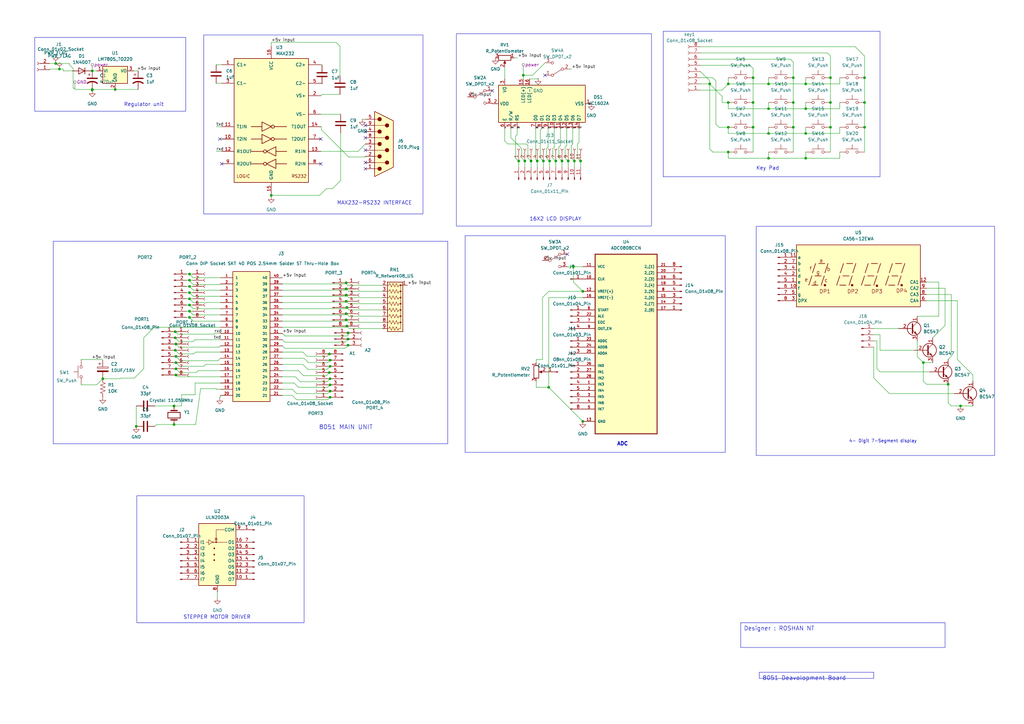
<source format=kicad_sch>
(kicad_sch (version 20230121) (generator eeschema)
  (paper "A3")
  (junction (at 47.244 36.703))
  (junction (at 135.128 145.161))
  (junction (at 77.724 112.395))
  (junction (at 340.614 31.877))
  (junction (at 135.128 152.781))
  (junction (at 141.986 115.951))
  (junction (at 77.724 130.175))
  (junction (at 325.374 52.197))
  (junction (at 388.874 157.607))
  (junction (at 315.214 64.897))
  (junction (at 37.846 29.083))
  (junction (at 77.724 117.475))
  (junction (at 135.382 155.321))
  (junction (at 212.725 66.04))
  (junction (at 215.265 66.04))
  (junction (at 330.454 34.417))
  (junction (at 214.63 30.861))
  (junction (at 330.454 44.577))
  (junction (at 220.345 66.04))
  (junction (at 135.382 150.241))
  (junction (at 315.214 34.417))
  (junction (at 308.864 42.037))
  (junction (at 135.382 147.701))
  (junction (at 142.24 126.111))
  (junction (at 142.748 139.065))
  (junction (at 354.584 52.197))
  (junction (at 111.252 80.137))
  (junction (at 325.374 31.877))
  (junction (at 235.585 66.04))
  (junction (at 227.965 66.04))
  (junction (at 141.986 123.571))
  (junction (at 298.704 62.357))
  (junction (at 230.505 66.04))
  (junction (at 71.374 174.117))
  (junction (at 141.986 131.191))
  (junction (at 71.882 143.637))
  (junction (at 298.704 42.037))
  (junction (at 217.805 66.04))
  (junction (at 291.084 34.417))
  (junction (at 72.136 141.097))
  (junction (at 308.864 52.197))
  (junction (at 315.214 44.577))
  (junction (at 42.164 155.321))
  (junction (at 340.614 42.037))
  (junction (at 24.384 28.321))
  (junction (at 77.724 114.935))
  (junction (at 135.382 160.401))
  (junction (at 141.986 121.031))
  (junction (at 72.136 146.177))
  (junction (at 354.584 31.877))
  (junction (at 22.86 26.035))
  (junction (at 77.724 120.015))
  (junction (at 37.846 36.703))
  (junction (at 141.986 128.651))
  (junction (at 135.382 162.941))
  (junction (at 71.374 166.497))
  (junction (at 55.88 174.879))
  (junction (at 378.714 148.717))
  (junction (at 235.204 109.347))
  (junction (at 142.748 136.525))
  (junction (at 233.045 66.04))
  (junction (at 315.214 54.737))
  (junction (at 135.382 157.861))
  (junction (at 142.24 133.731))
  (junction (at 298.704 34.417))
  (junction (at 238.125 66.04))
  (junction (at 222.885 66.04))
  (junction (at 225.425 66.04))
  (junction (at 72.136 153.797))
  (junction (at 141.986 118.491))
  (junction (at 225.044 158.877))
  (junction (at 77.724 127.635))
  (junction (at 393.954 166.497))
  (junction (at 239.014 119.507))
  (junction (at 330.454 64.897))
  (junction (at 340.614 52.197))
  (junction (at 354.584 42.037))
  (junction (at 77.724 125.095))
  (junction (at 71.882 138.557))
  (junction (at 37.846 36.957))
  (junction (at 72.136 148.717))
  (junction (at 308.864 31.877))
  (junction (at 71.882 136.017))
  (junction (at 330.454 54.737))
  (junction (at 239.014 172.847))
  (junction (at 142.748 141.605))
  (junction (at 298.704 52.197))
  (junction (at 77.724 122.555))
  (junction (at 325.374 42.037))
  (junction (at 72.136 151.257))
  (no_connect (at 90.932 67.183))
  (no_connect (at 131.572 57.023))
  (no_connect (at 232.664 104.267))
  (no_connect (at 149.86 53.975))
  (no_connect (at 131.572 67.183))
  (no_connect (at 201.93 37.211))
  (no_connect (at 149.86 61.595))
  (no_connect (at 149.86 51.435))
  (no_connect (at 149.86 66.675))
  (no_connect (at 90.17 57.023))
  (no_connect (at 223.52 30.861))
  (no_connect (at 149.86 69.215))
  (no_connect (at 149.86 56.515))
  (wire (pts (xy 208.28 59.055) (xy 215.9 59.055)))
  (wire (pts (xy 124.714 146.939) (xy 126.492 148.717)))
  (wire (pts (xy 90.424 113.919) (xy 79.248 113.919)))
  (wire (pts (xy 143.002 124.587) (xy 141.986 123.571)))
  (wire (pts (xy 41.91 147.447) (xy 42.164 147.701)))
  (wire (pts (xy 72.136 146.177) (xy 71.374 146.177)))
  (wire (pts (xy 84.328 149.479) (xy 83.566 150.241)))
  (wire (pts (xy 227.33 52.705) (xy 227.33 60.325)))
  (wire (pts (xy 214.63 30.861) (xy 214.63 32.385)))
  (wire (pts (xy 71.882 138.557) (xy 71.374 138.557)))
  (wire (pts (xy 90.424 121.539) (xy 79.248 121.539)))
  (wire (pts (xy 116.84 142.875) (xy 141.478 142.875)))
  (wire (pts (xy 229.235 60.325) (xy 229.235 64.77)))
  (wire (pts (xy 78.994 114.935) (xy 77.724 114.935)))
  (wire (pts (xy 72.39 151.257) (xy 72.136 151.257)))
  (wire (pts (xy 376.174 146.177) (xy 378.714 148.717)))
  (wire (pts (xy 88.646 51.943) (xy 90.932 51.943)))
  (wire (pts (xy 216.535 59.69) (xy 216.535 64.77)))
  (wire (pts (xy 387.604 118.237) (xy 379.984 118.237)))
  (wire (pts (xy 71.374 173.863) (xy 71.374 174.117)))
  (wire (pts (xy 80.01 161.925) (xy 80.01 157.099)))
  (wire (pts (xy 388.874 157.607) (xy 379.984 157.607)))
  (wire (pts (xy 141.478 142.875) (xy 142.748 141.605)))
  (wire (pts (xy 115.824 131.699) (xy 141.478 131.699)))
  (wire (pts (xy 234.95 52.705) (xy 234.95 59.055)))
  (wire (pts (xy 135.128 145.161) (xy 135.636 145.161)))
  (wire (pts (xy 354.584 22.987) (xy 350.774 19.177)))
  (wire (pts (xy 134.62 157.861) (xy 135.382 157.861)))
  (wire (pts (xy 72.136 148.717) (xy 71.374 148.717)))
  (wire (pts (xy 219.964 147.447) (xy 219.964 148.717)))
  (wire (pts (xy 201.93 42.291) (xy 201.93 42.545)))
  (wire (pts (xy 142.24 118.491) (xy 141.986 118.491)))
  (wire (pts (xy 225.044 158.877) (xy 239.014 172.847)))
  (wire (pts (xy 354.584 42.037) (xy 354.584 52.197)))
  (wire (pts (xy 143.002 132.207) (xy 141.986 131.191)))
  (wire (pts (xy 115.824 124.079) (xy 141.478 124.079)))
  (wire (pts (xy 89.154 242.697) (xy 89.154 245.237)))
  (wire (pts (xy 143.256 134.747) (xy 142.24 133.731)))
  (wire (pts (xy 325.374 52.197) (xy 325.374 62.357)))
  (wire (pts (xy 115.824 159.639) (xy 119.888 159.639)))
  (wire (pts (xy 287.274 26.797) (xy 307.594 26.797)))
  (wire (pts (xy 234.442 28.321) (xy 233.68 28.321)))
  (wire (pts (xy 135.382 157.861) (xy 135.636 157.861)))
  (wire (pts (xy 80.01 139.319) (xy 90.424 139.319)))
  (wire (pts (xy 90.17 162.941) (xy 90.424 162.941)))
  (wire (pts (xy 77.724 125.095) (xy 76.454 125.095)))
  (wire (pts (xy 139.446 31.115) (xy 139.446 18.923)))
  (wire (pts (xy 63.5 166.497) (xy 71.374 166.497)))
  (wire (pts (xy 141.478 124.079) (xy 141.986 123.571)))
  (wire (pts (xy 89.916 142.367) (xy 90.424 141.859)))
  (wire (pts (xy 142.748 141.605) (xy 142.24 141.605)))
  (wire (pts (xy 135.382 147.701) (xy 135.636 147.701)))
  (wire (pts (xy 315.214 34.417) (xy 330.454 34.417)))
  (wire (pts (xy 207.01 27.559) (xy 207.01 32.385)))
  (wire (pts (xy 73.66 152.781) (xy 72.136 151.257)))
  (wire (pts (xy 142.748 136.525) (xy 142.24 136.525)))
  (wire (pts (xy 387.604 133.477) (xy 382.524 138.557)))
  (wire (pts (xy 340.614 22.987) (xy 339.344 21.717)))
  (wire (pts (xy 392.684 123.317) (xy 392.684 147.447)))
  (wire (pts (xy 233.045 66.04) (xy 233.045 68.58)))
  (wire (pts (xy 325.374 25.527) (xy 324.104 24.257)))
  (wire (pts (xy 141.986 115.951) (xy 141.478 115.951)))
  (wire (pts (xy 399.034 153.797) (xy 399.034 156.337)))
  (wire (pts (xy 308.864 42.037) (xy 308.864 52.197)))
  (wire (pts (xy 315.214 64.897) (xy 330.454 64.897)))
  (wire (pts (xy 72.898 137.033) (xy 87.63 137.033)))
  (wire (pts (xy 298.704 62.357) (xy 298.704 64.897)))
  (wire (pts (xy 390.144 120.777) (xy 379.984 120.777)))
  (wire (pts (xy 115.824 118.999) (xy 141.478 118.999)))
  (wire (pts (xy 211.455 55.88) (xy 211.455 64.77)))
  (wire (pts (xy 210.82 23.749) (xy 212.344 23.749)))
  (wire (pts (xy 131.572 34.163) (xy 131.826 34.163)))
  (wire (pts (xy 142.24 128.651) (xy 141.986 128.651)))
  (wire (pts (xy 387.604 118.237) (xy 387.604 133.477)))
  (wire (pts (xy 296.164 42.037) (xy 296.164 39.497)))
  (wire (pts (xy 142.494 116.967) (xy 156.972 116.967)))
  (wire (pts (xy 111.252 17.399) (xy 137.922 17.399)))
  (wire (pts (xy 90.17 116.713) (xy 90.424 116.459)))
  (wire (pts (xy 219.71 52.705) (xy 219.71 65.405)))
  (wire (pts (xy 121.158 154.559) (xy 123.19 156.591)))
  (wire (pts (xy 213.995 64.77) (xy 215.265 66.04)))
  (wire (pts (xy 220.345 66.04) (xy 220.345 68.58)))
  (wire (pts (xy 77.724 122.555) (xy 76.454 122.555)))
  (wire (pts (xy 287.274 31.877) (xy 292.354 31.877)))
  (wire (pts (xy 134.62 152.781) (xy 135.128 152.781)))
  (wire (pts (xy 294.894 52.197) (xy 293.624 50.927)))
  (wire (pts (xy 30.734 36.703) (xy 30.734 36.195)))
  (wire (pts (xy 124.206 149.479) (xy 126.238 151.511)))
  (wire (pts (xy 134.112 156.591) (xy 135.382 155.321)))
  (wire (pts (xy 72.136 141.097) (xy 71.374 141.097)))
  (wire (pts (xy 79.248 129.159) (xy 90.424 129.159)))
  (wire (pts (xy 142.748 136.525) (xy 142.748 137.541)))
  (wire (pts (xy 115.824 141.859) (xy 116.84 142.875)))
  (wire (pts (xy 111.252 17.399) (xy 111.252 18.923)))
  (wire (pts (xy 224.79 52.705) (xy 224.79 60.325)))
  (wire (pts (xy 72.39 148.717) (xy 72.136 148.717)))
  (wire (pts (xy 360.934 143.637) (xy 374.904 143.637)))
  (wire (pts (xy 134.62 150.241) (xy 135.382 150.241)))
  (wire (pts (xy 134.366 163.957) (xy 135.382 162.941)))
  (wire (pts (xy 79.248 131.699) (xy 77.724 130.175)))
  (wire (pts (xy 392.684 123.317) (xy 379.984 123.317)))
  (wire (pts (xy 24.384 28.321) (xy 25.908 28.321)))
  (wire (pts (xy 237.49 52.705) (xy 237.49 58.42)))
  (wire (pts (xy 135.382 162.941) (xy 135.636 162.941)))
  (wire (pts (xy 235.204 109.347) (xy 235.204 115.697)))
  (wire (pts (xy 115.824 162.179) (xy 119.888 162.179)))
  (wire (pts (xy 143.256 141.605) (xy 142.748 141.605)))
  (wire (pts (xy 37.592 36.703) (xy 37.846 36.957)))
  (wire (pts (xy 390.144 146.177) (xy 388.874 147.447)))
  (wire (pts (xy 215.9 59.055) (xy 216.535 59.69)))
  (wire (pts (xy 315.214 44.577) (xy 330.454 44.577)))
  (wire (pts (xy 72.39 138.557) (xy 71.882 138.557)))
  (wire (pts (xy 111.252 80.645) (xy 111.252 80.137)))
  (wire (pts (xy 39.624 157.861) (xy 42.164 155.321)))
  (wire (pts (xy 73.406 145.161) (xy 71.882 143.637)))
  (wire (pts (xy 54.864 29.083) (xy 56.642 29.083)))
  (wire (pts (xy 134.366 161.417) (xy 135.382 160.401)))
  (wire (pts (xy 77.724 130.175) (xy 76.454 130.175)))
  (wire (pts (xy 298.704 31.877) (xy 298.704 34.417)))
  (wire (pts (xy 141.732 134.239) (xy 142.24 133.731)))
  (wire (pts (xy 47.244 36.703) (xy 56.642 36.703)))
  (wire (pts (xy 141.478 129.159) (xy 141.986 128.651)))
  (wire (pts (xy 226.695 64.77) (xy 227.965 66.04)))
  (wire (pts (xy 133.858 154.051) (xy 135.128 152.781)))
  (wire (pts (xy 141.478 116.459) (xy 141.986 115.951)))
  (wire (pts (xy 64.262 174.117) (xy 63.5 174.879)))
  (wire (pts (xy 133.858 77.343) (xy 136.398 77.343)))
  (wire (pts (xy 87.63 137.033) (xy 87.884 136.779)))
  (wire (pts (xy 82.296 159.385) (xy 80.264 173.863)))
  (wire (pts (xy 219.964 147.447) (xy 222.504 147.447)))
  (wire (pts (xy 115.824 116.459) (xy 141.478 116.459)))
  (wire (pts (xy 90.17 163.195) (xy 90.17 162.941)))
  (wire (pts (xy 340.614 31.877) (xy 340.614 42.037)))
  (wire (pts (xy 87.884 136.779) (xy 90.424 136.779)))
  (wire (pts (xy 88.646 62.103) (xy 90.932 62.103)))
  (wire (pts (xy 115.824 121.539) (xy 141.478 121.539)))
  (wire (pts (xy 207.01 52.705) (xy 207.01 57.785)))
  (wire (pts (xy 79.248 118.999) (xy 77.724 117.475)))
  (wire (pts (xy 33.274 157.607) (xy 33.274 157.861)))
  (wire (pts (xy 72.136 153.797) (xy 71.374 153.797)))
  (wire (pts (xy 80.01 157.099) (xy 90.424 157.099)))
  (wire (pts (xy 225.044 122.047) (xy 239.014 122.047)))
  (wire (pts (xy 134.62 162.941) (xy 135.382 162.941)))
  (wire (pts (xy 221.615 64.77) (xy 222.885 66.04)))
  (wire (pts (xy 71.374 174.117) (xy 64.262 174.117)))
  (wire (pts (xy 29.972 36.195) (xy 30.734 36.195)))
  (wire (pts (xy 330.454 54.737) (xy 344.424 54.737)))
  (wire (pts (xy 22.86 26.035) (xy 28.448 26.035)))
  (wire (pts (xy 37.846 36.957) (xy 37.846 36.703)))
  (wire (pts (xy 30.734 36.703) (xy 37.592 36.703)))
  (wire (pts (xy 222.885 66.04) (xy 222.885 68.58)))
  (wire (pts (xy 291.084 33.147) (xy 287.274 29.337)))
  (wire (pts (xy 330.454 42.037) (xy 330.454 44.577)))
  (wire (pts (xy 148.59 48.895) (xy 149.86 48.895)))
  (wire (pts (xy 80.264 174.117) (xy 80.264 173.863)))
  (wire (pts (xy 126.238 151.511) (xy 134.112 151.511)))
  (wire (pts (xy 298.704 34.417) (xy 296.164 36.957)))
  (wire (pts (xy 378.714 148.717) (xy 382.524 148.717)))
  (wire (pts (xy 218.44 30.861) (xy 223.52 25.781)))
  (wire (pts (xy 330.454 52.197) (xy 330.454 54.737)))
  (wire (pts (xy 134.62 145.161) (xy 135.128 145.161)))
  (wire (pts (xy 359.664 139.827) (xy 359.664 151.257)))
  (wire (pts (xy 142.748 137.541) (xy 142.494 137.795)))
  (wire (pts (xy 139.446 18.923) (xy 137.922 17.399)))
  (wire (pts (xy 358.394 139.827) (xy 359.664 139.827)))
  (wire (pts (xy 72.898 137.033) (xy 71.882 136.017)))
  (wire (pts (xy 364.744 161.417) (xy 391.414 161.417)))
  (wire (pts (xy 80.264 144.399) (xy 79.502 145.161)))
  (wire (pts (xy 229.235 64.77) (xy 230.505 66.04)))
  (wire (pts (xy 315.214 54.737) (xy 330.454 54.737)))
  (wire (pts (xy 111.252 80.137) (xy 111.252 79.883)))
  (wire (pts (xy 287.274 24.257) (xy 324.104 24.257)))
  (wire (pts (xy 234.315 59.69) (xy 234.315 64.77)))
  (wire (pts (xy 156.972 124.587) (xy 143.002 124.587)))
  (wire (pts (xy 330.454 34.417) (xy 344.424 34.417)))
  (wire (pts (xy 234.315 64.77) (xy 235.585 66.04)))
  (wire (pts (xy 344.424 52.197) (xy 344.424 54.737)))
  (wire (pts (xy 143.256 127.127) (xy 142.24 126.111)))
  (wire (pts (xy 81.28 152.019) (xy 90.424 152.019)))
  (wire (pts (xy 77.724 115.189) (xy 79.248 116.713)))
  (wire (pts (xy 293.624 33.147) (xy 292.354 31.877)))
  (wire (pts (xy 88.646 159.385) (xy 88.646 159.639)))
  (wire (pts (xy 73.406 145.161) (xy 79.502 145.161)))
  (wire (pts (xy 77.724 112.395) (xy 76.454 112.395)))
  (wire (pts (xy 141.986 118.491) (xy 141.478 118.491)))
  (wire (pts (xy 287.274 36.957) (xy 296.164 36.957)))
  (wire (pts (xy 125.984 146.177) (xy 134.112 146.177)))
  (wire (pts (xy 221.615 53.34) (xy 221.615 64.77)))
  (wire (pts (xy 360.934 152.527) (xy 381.254 152.527)))
  (wire (pts (xy 90.424 118.999) (xy 79.248 118.999)))
  (wire (pts (xy 156.972 129.667) (xy 143.002 129.667)))
  (wire (pts (xy 115.824 154.559) (xy 121.158 154.559)))
  (wire (pts (xy 131.826 53.213) (xy 143.002 64.389)))
  (wire (pts (xy 142.24 115.951) (xy 141.986 115.951)))
  (wire (pts (xy 135.382 150.241) (xy 135.636 150.241)))
  (wire (pts (xy 344.424 31.877) (xy 344.424 34.417)))
  (wire (pts (xy 143.002 64.389) (xy 149.86 64.389)))
  (wire (pts (xy 39.624 29.083) (xy 37.846 29.083)))
  (wire (pts (xy 72.39 146.177) (xy 72.136 146.177)))
  (wire (pts (xy 225.044 122.047) (xy 225.044 158.877)))
  (wire (pts (xy 49.276 155.321) (xy 49.53 155.067)))
  (wire (pts (xy 126.492 148.717) (xy 134.366 148.717)))
  (wire (pts (xy 72.39 153.797) (xy 72.136 153.797)))
  (wire (pts (xy 388.874 157.607) (xy 388.874 165.227)))
  (wire (pts (xy 358.394 137.287) (xy 360.934 137.287)))
  (wire (pts (xy 89.408 147.955) (xy 90.424 146.939)))
  (wire (pts (xy 287.274 21.717) (xy 339.344 21.717)))
  (wire (pts (xy 330.454 44.577) (xy 344.424 44.577)))
  (wire (pts (xy 116.84 137.795) (xy 115.824 136.779)))
  (wire (pts (xy 231.775 64.77) (xy 233.045 66.04)))
  (wire (pts (xy 90.17 57.023) (xy 90.932 57.023)))
  (wire (pts (xy 141.986 123.571) (xy 141.478 123.571)))
  (wire (pts (xy 90.424 162.941) (xy 90.424 162.179)))
  (wire (pts (xy 340.614 42.037) (xy 340.614 52.197)))
  (wire (pts (xy 379.984 157.607) (xy 378.714 156.337)))
  (wire (pts (xy 225.044 119.507) (xy 239.014 119.507)))
  (wire (pts (xy 78.994 127.635) (xy 77.724 127.635)))
  (wire (pts (xy 131.572 46.863) (xy 139.7 46.863)))
  (wire (pts (xy 143.002 122.047) (xy 141.986 121.031)))
  (wire (pts (xy 235.204 109.347) (xy 239.014 109.347)))
  (wire (pts (xy 58.928 138.557) (xy 58.928 151.257)))
  (wire (pts (xy 235.204 115.697) (xy 239.014 119.507)))
  (wire (pts (xy 77.724 127.635) (xy 76.454 127.635)))
  (wire (pts (xy 20.32 28.575) (xy 20.32 28.321)))
  (wire (pts (xy 77.724 117.475) (xy 76.454 117.475)))
  (wire (pts (xy 115.824 144.399) (xy 124.206 144.399)))
  (wire (pts (xy 392.684 147.447) (xy 399.034 153.797)))
  (wire (pts (xy 90.424 124.079) (xy 79.248 124.079)))
  (wire (pts (xy 224.79 60.325) (xy 224.155 60.96)))
  (wire (pts (xy 78.994 117.475) (xy 77.724 117.475)))
  (wire (pts (xy 73.914 147.955) (xy 72.136 146.177)))
  (wire (pts (xy 141.478 140.335) (xy 142.748 139.065)))
  (wire (pts (xy 134.62 155.321) (xy 135.382 155.321)))
  (wire (pts (xy 225.425 66.04) (xy 225.425 68.58)))
  (wire (pts (xy 156.972 127.127) (xy 143.256 127.127)))
  (wire (pts (xy 79.248 116.713) (xy 90.17 116.713)))
  (wire (pts (xy 376.174 129.667) (xy 385.064 129.667)))
  (wire (pts (xy 134.112 151.511) (xy 135.382 150.241)))
  (wire (pts (xy 28.448 26.543) (xy 29.972 28.067)))
  (wire (pts (xy 124.46 154.051) (xy 133.858 154.051)))
  (wire (pts (xy 20.32 28.321) (xy 24.384 28.321)))
  (wire (pts (xy 156.972 132.207) (xy 143.002 132.207)))
  (wire (pts (xy 315.214 31.877) (xy 315.214 34.417)))
  (wire (pts (xy 213.995 60.96) (xy 213.995 64.77)))
  (wire (pts (xy 207.01 57.785) (xy 208.28 59.055)))
  (wire (pts (xy 298.704 54.737) (xy 315.214 54.737)))
  (wire (pts (xy 78.994 112.395) (xy 77.724 112.395)))
  (wire (pts (xy 358.394 142.367) (xy 358.394 155.067)))
  (wire (pts (xy 142.24 133.731) (xy 141.478 133.731)))
  (wire (pts (xy 79.248 124.079) (xy 77.724 122.555)))
  (wire (pts (xy 315.214 42.037) (xy 315.214 44.577)))
  (wire (pts (xy 325.374 31.877) (xy 325.374 42.037)))
  (wire (pts (xy 143.002 119.507) (xy 141.986 118.491)))
  (wire (pts (xy 72.39 141.097) (xy 72.136 141.097)))
  (wire (pts (xy 354.584 31.877) (xy 354.584 42.037)))
  (wire (pts (xy 141.986 131.191) (xy 141.478 131.191)))
  (wire (pts (xy 132.08 26.543) (xy 132.08 26.797)))
  (wire (pts (xy 229.87 52.705) (xy 229.87 59.69)))
  (wire (pts (xy 298.704 52.197) (xy 294.894 52.197)))
  (wire (pts (xy 146.812 62.103) (xy 149.86 59.055)))
  (wire (pts (xy 298.704 44.577) (xy 315.214 44.577)))
  (wire (pts (xy 211.455 64.77) (xy 212.725 66.04)))
  (wire (pts (xy 77.724 114.935) (xy 77.724 115.189)))
  (wire (pts (xy 115.824 129.159) (xy 141.478 129.159)))
  (wire (pts (xy 227.33 60.325) (xy 226.695 60.96)))
  (wire (pts (xy 79.248 113.919) (xy 77.724 112.395)))
  (wire (pts (xy 298.704 34.417) (xy 315.214 34.417)))
  (wire (pts (xy 115.824 157.099) (xy 120.65 157.099)))
  (wire (pts (xy 141.478 131.699) (xy 141.986 131.191)))
  (wire (pts (xy 73.406 142.367) (xy 72.136 141.097)))
  (wire (pts (xy 291.084 61.087) (xy 291.084 34.417)))
  (wire (pts (xy 141.986 121.031) (xy 141.478 121.031)))
  (wire (pts (xy 73.914 147.955) (xy 89.408 147.955)))
  (wire (pts (xy 212.09 55.245) (xy 211.455 55.88)))
  (wire (pts (xy 77.724 120.015) (xy 76.454 120.015)))
  (wire (pts (xy 72.39 136.017) (xy 71.882 136.017)))
  (wire (pts (xy 212.725 66.04) (xy 212.725 68.58)))
  (wire (pts (xy 156.972 122.047) (xy 143.002 122.047)))
  (wire (pts (xy 209.55 52.705) (xy 209.55 56.515)))
  (wire (pts (xy 390.144 120.777) (xy 390.144 146.177)))
  (wire (pts (xy 131.826 51.943) (xy 131.826 53.213)))
  (wire (pts (xy 229.87 59.69) (xy 229.235 60.325)))
  (wire (pts (xy 37.846 29.083) (xy 37.338 29.083)))
  (wire (pts (xy 227.965 66.04) (xy 227.965 68.58)))
  (wire (pts (xy 325.374 31.877) (xy 325.374 25.527)))
  (wire (pts (xy 232.41 52.705) (xy 232.41 59.69)))
  (wire (pts (xy 141.986 128.651) (xy 141.478 128.651)))
  (wire (pts (xy 344.424 42.037) (xy 344.424 44.577)))
  (wire (pts (xy 63.246 134.239) (xy 58.928 138.557)))
  (wire (pts (xy 136.398 77.343) (xy 139.7 74.041)))
  (wire (pts (xy 115.824 134.239) (xy 141.732 134.239)))
  (wire (pts (xy 217.17 32.385) (xy 220.472 32.385)))
  (wire (pts (xy 236.855 59.055) (xy 236.855 64.77)))
  (wire (pts (xy 131.572 51.943) (xy 131.826 51.943)))
  (wire (pts (xy 139.7 54.483) (xy 139.7 74.041)))
  (wire (pts (xy 122.428 152.019) (xy 124.46 154.051)))
  (wire (pts (xy 354.584 31.877) (xy 354.584 22.987)))
  (wire (pts (xy 358.394 134.747) (xy 368.554 134.747)))
  (wire (pts (xy 360.934 137.287) (xy 360.934 143.637)))
  (wire (pts (xy 141.986 116.459) (xy 142.494 116.967)))
  (wire (pts (xy 131.826 34.163) (xy 132.08 34.417)))
  (wire (pts (xy 131.064 80.137) (xy 133.858 77.343)))
  (wire (pts (xy 215.265 66.04) (xy 215.265 68.58)))
  (wire (pts (xy 78.994 120.015) (xy 77.724 120.015)))
  (wire (pts (xy 77.724 114.935) (xy 76.454 114.935)))
  (wire (pts (xy 134.366 148.717) (xy 135.382 147.701)))
  (wire (pts (xy 119.888 159.639) (xy 121.666 161.417)))
  (wire (pts (xy 73.406 140.081) (xy 71.882 138.557)))
  (wire (pts (xy 90.424 154.559) (xy 72.898 154.559)))
  (wire (pts (xy 124.206 144.399) (xy 125.984 146.177)))
  (wire (pts (xy 376.174 139.827) (xy 376.174 146.177)))
  (wire (pts (xy 315.214 62.357) (xy 315.214 64.897)))
  (wire (pts (xy 134.62 160.401) (xy 135.382 160.401)))
  (wire (pts (xy 142.24 123.571) (xy 141.986 123.571)))
  (wire (pts (xy 296.164 39.497) (xy 291.084 34.417)))
  (wire (pts (xy 292.354 62.357) (xy 291.084 61.087)))
  (wire (pts (xy 298.704 52.197) (xy 298.704 54.737)))
  (wire (pts (xy 55.88 166.497) (xy 55.88 174.879)))
  (wire (pts (xy 141.478 118.999) (xy 141.986 118.491)))
  (wire (pts (xy 116.84 140.335) (xy 141.478 140.335)))
  (wire (pts (xy 238.125 66.04) (xy 238.125 68.58)))
  (wire (pts (xy 232.664 109.347) (xy 235.204 109.347)))
  (wire (pts (xy 72.136 151.257) (xy 71.374 151.257)))
  (wire (pts (xy 73.66 150.241) (xy 72.136 148.717)))
  (wire (pts (xy 90.424 144.399) (xy 80.264 144.399)))
  (wire (pts (xy 308.864 28.067) (xy 307.594 26.797)))
  (wire (pts (xy 122.428 158.877) (xy 134.366 158.877)))
  (wire (pts (xy 287.274 19.177) (xy 350.774 19.177)))
  (wire (pts (xy 209.55 56.515) (xy 213.995 60.96)))
  (wire (pts (xy 330.454 31.877) (xy 330.454 34.417)))
  (wire (pts (xy 88.646 159.385) (xy 82.296 159.385)))
  (wire (pts (xy 90.424 126.619) (xy 79.248 126.619)))
  (wire (pts (xy 143.256 139.065) (xy 142.748 139.065)))
  (wire (pts (xy 120.65 157.099) (xy 122.428 158.877)))
  (wire (pts (xy 88.646 34.163) (xy 90.932 34.163)))
  (wire (pts (xy 235.585 66.04) (xy 235.585 68.58)))
  (wire (pts (xy 142.494 137.795) (xy 116.84 137.795)))
  (wire (pts (xy 359.664 151.257) (xy 360.934 152.527)))
  (wire (pts (xy 42.164 155.321) (xy 49.276 155.321)))
  (wire (pts (xy 90.424 131.699) (xy 79.248 131.699)))
  (wire (pts (xy 79.248 129.159) (xy 77.724 127.635)))
  (wire (pts (xy 115.824 152.019) (xy 122.428 152.019)))
  (wire (pts (xy 296.164 42.037) (xy 298.704 42.037)))
  (wire (pts (xy 88.646 26.543) (xy 90.932 26.543)))
  (wire (pts (xy 219.964 158.877) (xy 225.044 158.877)))
  (wire (pts (xy 132.08 26.543) (xy 131.572 26.543)))
  (wire (pts (xy 135.382 160.401) (xy 135.636 160.401)))
  (wire (pts (xy 73.406 142.367) (xy 89.916 142.367)))
  (wire (pts (xy 358.394 155.067) (xy 364.744 161.417)))
  (wire (pts (xy 330.454 64.897) (xy 344.424 64.897)))
  (wire (pts (xy 315.214 52.197) (xy 315.214 54.737)))
  (wire (pts (xy 88.646 159.639) (xy 90.424 159.639)))
  (wire (pts (xy 298.704 62.357) (xy 292.354 62.357)))
  (wire (pts (xy 216.535 64.77) (xy 217.805 66.04)))
  (wire (pts (xy 399.034 166.497) (xy 393.954 166.497)))
  (wire (pts (xy 74.422 161.925) (xy 80.01 161.925)))
  (wire (pts (xy 142.24 131.191) (xy 141.986 131.191)))
  (wire (pts (xy 29.972 28.067) (xy 29.972 36.195)))
  (wire (pts (xy 141.478 121.539) (xy 141.986 121.031)))
  (wire (pts (xy 224.155 60.96) (xy 224.155 64.77)))
  (wire (pts (xy 390.144 166.497) (xy 388.874 165.227)))
  (wire (pts (xy 344.424 62.357) (xy 344.424 64.897)))
  (wire (pts (xy 115.824 149.479) (xy 124.206 149.479)))
  (wire (pts (xy 84.328 149.479) (xy 90.424 149.479)))
  (wire (pts (xy 131.572 62.103) (xy 146.812 62.103)))
  (wire (pts (xy 141.732 126.619) (xy 142.24 126.111)))
  (wire (pts (xy 308.864 31.877) (xy 308.864 42.037)))
  (wire (pts (xy 134.112 146.177) (xy 135.128 145.161)))
  (wire (pts (xy 71.374 166.497) (xy 74.422 166.497)))
  (wire (pts (xy 149.86 64.135) (xy 150.114 64.135)))
  (wire (pts (xy 222.504 147.447) (xy 222.504 122.047)))
  (wire (pts (xy 143.002 129.667) (xy 141.986 128.651)))
  (wire (pts (xy 119.888 162.179) (xy 121.666 163.957)))
  (wire (pts (xy 73.66 150.241) (xy 83.566 150.241)))
  (wire (pts (xy 72.39 143.637) (xy 71.882 143.637)))
  (wire (pts (xy 231.775 60.325) (xy 231.775 64.77)))
  (wire (pts (xy 28.448 26.035) (xy 28.448 26.543)))
  (wire (pts (xy 214.63 30.861) (xy 218.44 30.861)))
  (wire (pts (xy 385.064 115.697) (xy 385.064 129.667)))
  (wire (pts (xy 58.928 151.257) (xy 55.118 155.067)))
  (wire (pts (xy 325.374 42.037) (xy 325.374 52.197)))
  (wire (pts (xy 63.246 134.239) (xy 90.424 134.239)))
  (wire (pts (xy 298.704 64.897) (xy 315.214 64.897)))
  (wire (pts (xy 115.824 146.939) (xy 124.714 146.939)))
  (wire (pts (xy 142.24 126.111) (xy 141.478 126.111)))
  (wire (pts (xy 25.908 28.321) (xy 25.908 29.083)))
  (wire (pts (xy 236.855 64.77) (xy 238.125 66.04)))
  (wire (pts (xy 298.704 42.037) (xy 298.704 44.577)))
  (wire (pts (xy 33.274 157.861) (xy 39.624 157.861)))
  (wire (pts (xy 224.155 64.77) (xy 225.425 66.04)))
  (wire (pts (xy 219.71 65.405) (xy 220.345 66.04)))
  (wire (pts (xy 217.805 66.04) (xy 217.805 68.58)))
  (wire (pts (xy 139.446 38.735) (xy 132.08 38.735)))
  (wire (pts (xy 291.084 34.417) (xy 291.084 33.147)))
  (wire (pts (xy 79.248 121.539) (xy 77.724 120.015)))
  (wire (pts (xy 293.624 50.927) (xy 293.624 33.147)))
  (wire (pts (xy 142.748 139.065) (xy 142.24 139.065)))
  (wire (pts (xy 111.252 80.137) (xy 131.064 80.137)))
  (wire (pts (xy 121.666 161.417) (xy 134.366 161.417)))
  (wire (pts (xy 237.49 58.42) (xy 236.855 59.055)))
  (wire (pts (xy 220.472 32.385) (xy 220.726 32.131)))
  (wire (pts (xy 115.824 126.619) (xy 141.732 126.619)))
  (wire (pts (xy 340.614 52.197) (xy 340.614 62.357)))
  (wire (pts (xy 71.882 143.637) (xy 71.374 143.637)))
  (wire (pts (xy 115.824 139.319) (xy 116.84 140.335)))
  (wire (pts (xy 78.994 125.095) (xy 77.724 125.095)))
  (wire (pts (xy 79.248 126.619) (xy 77.724 125.095)))
  (wire (pts (xy 156.972 134.747) (xy 143.256 134.747)))
  (wire (pts (xy 226.695 60.96) (xy 226.695 64.77)))
  (wire (pts (xy 141.986 115.951) (xy 141.986 116.459)))
  (wire (pts (xy 71.628 174.117) (xy 80.264 174.117)))
  (wire (pts (xy 354.584 52.197) (xy 354.584 62.357)))
  (wire (pts (xy 71.882 136.017) (xy 71.374 136.017)))
  (wire (pts (xy 232.41 59.69) (xy 231.775 60.325)))
  (wire (pts (xy 25.908 29.083) (xy 29.718 29.083)))
  (wire (pts (xy 149.86 64.389) (xy 150.114 64.135)))
  (wire (pts (xy 134.366 158.877) (xy 135.382 157.861)))
  (wire (pts (xy 156.972 119.507) (xy 143.002 119.507)))
  (wire (pts (xy 121.666 163.957) (xy 134.366 163.957)))
  (wire (pts (xy 340.614 31.877) (xy 340.614 22.987)))
  (wire (pts (xy 230.505 66.04) (xy 230.505 68.58)))
  (wire (pts (xy 219.964 156.337) (xy 219.964 158.877)))
  (wire (pts (xy 33.274 147.447) (xy 41.91 147.447)))
  (wire (pts (xy 308.864 31.877) (xy 308.864 28.067)))
  (wire (pts (xy 142.24 121.031) (xy 141.986 121.031)))
  (wire (pts (xy 134.62 147.701) (xy 135.382 147.701)))
  (wire (pts (xy 135.128 152.781) (xy 135.636 152.781)))
  (wire (pts (xy 212.09 52.705) (xy 212.09 55.245)))
  (wire (pts (xy 78.994 122.555) (xy 77.724 122.555)))
  (wire (pts (xy 20.32 26.035) (xy 22.86 26.035)))
  (wire (pts (xy 123.19 156.591) (xy 134.112 156.591)))
  (wire (pts (xy 79.248 140.081) (xy 73.406 140.081)))
  (wire (pts (xy 78.994 130.175) (xy 77.724 130.175)))
  (wire (pts (xy 80.01 139.319) (xy 79.248 140.081)))
  (wire (pts (xy 80.518 152.781) (xy 73.66 152.781)))
  (wire (pts (xy 37.846 37.211) (xy 37.846 36.957)))
  (wire (pts (xy 72.898 154.559) (xy 72.136 153.797)))
  (wire (pts (xy 132.08 38.735) (xy 131.572 39.243)))
  (wire (pts (xy 214.63 29.083) (xy 214.63 30.861)))
  (wire (pts (xy 143.256 136.525) (xy 142.748 136.525)))
  (wire (pts (xy 287.274 34.417) (xy 291.084 34.417)))
  (wire (pts (xy 234.95 59.055) (xy 234.315 59.69)))
  (wire (pts (xy 222.504 122.047) (xy 225.044 119.507)))
  (wire (pts (xy 222.25 52.705) (xy 221.615 53.34)))
  (wire (pts (xy 330.454 62.357) (xy 330.454 64.897)))
  (wire (pts (xy 135.382 155.321) (xy 135.636 155.321)))
  (wire (pts (xy 71.628 174.117) (xy 71.374 173.863)))
  (wire (pts (xy 308.864 52.197) (xy 308.864 62.357)))
  (wire (pts (xy 74.422 166.497) (xy 74.422 161.925)))
  (wire (pts (xy 81.28 152.019) (xy 80.518 152.781)))
  (wire (pts (xy 378.714 148.717) (xy 378.714 156.337)))
  (wire (pts (xy 49.53 155.067) (xy 55.118 155.067)))
  (wire (pts (xy 393.954 166.497) (xy 390.144 166.497)))
  (wire (pts (xy 385.064 115.697) (xy 379.984 115.697)))
  (wire (pts (xy 37.846 36.703) (xy 47.244 36.703)))
  (rectangle (start 310.134 92.837) (end 407.924 186.817))
  (rectangle (start 190.754 96.647) (end 297.434 185.547))
  (rectangle (start 21.844 98.933) (end 183.642 181.991))
  (rectangle (start 272.034 12.827) (end 360.934 72.517))
  (rectangle (start 32.004 98.933) (end 32.004 98.933))
  (rectangle (start 187.198 13.843) (end 267.208 92.71))
  (rectangle (start 14.224 15.367) (end 76.2 45.593))
  (rectangle (start 56.134 203.327) (end 124.714 255.397))
  (rectangle (start 83.566 14.351) (end 173.482 87.757))
  (text_box "Designer : ROSHAN NT" (at 303.784 255.397 0) (size 83.82 10.16) (effects (font (size 1.7 1.7)) (justify left top)))
  (text_box "8051 Deavolopment Board\n" (at 311.404 275.717 0) (size 46.99 2.54) (effects (font (size 1.7 1.7)) (justify left top)))
  (text "MAX232-RS232 INTERFACE" (at 138.176 84.201 0) (effects (font (size 1.5 1.5)) (justify left bottom)))
  (text "STEPPER MOTOR DRIVER" (at 75.184 254.127 0) (effects (font (size 1.5 1.5)) (justify left bottom)))
  (text "ADC" (at 252.984 183.007 0) (effects (font (size 1.5 1.5) (thickness 0.3) bold) (justify left bottom)))
  (text "4- Digit 7-Segment display\n" (at 348.234 181.737 0) (effects (font (size 1.27 1.27)) (justify left bottom)))
  (text "8051 MAIN UNIT" (at 130.81 176.403 0) (effects (font (size 1.8 1.8)) (justify left bottom)))
  (text "Key Pad" (at 310.134 69.977 0) (effects (font (size 1.5 1.5)) (justify left bottom)))
  (text "16X2 LCD DISPLAY" (at 217.17 90.805 0) (effects (font (size 1.5 1.5)) (justify left bottom)))
  (text "Regulator unit\n" (at 50.8 43.815 0) (effects (font (size 1.5 1.5)) (justify left bottom)))
  (label "RW" (at 209.55 52.705 0) (effects (font (size 0.5 0.5))))
  (label "+5v input" (at 56.134 29.083 0) (property "Netclass" "power" (effects hide)))
  (label "D0" (at 219.71 52.705 0) (effects (font (size 0.5 0.5))))
  (label "txd" (at 87.63 139.319 0))
  (label "+5v input" (at 234.442 28.321 0))
  (label "+5v input" (at 111.252 17.399 0))
  (label "E" (at 207.01 52.705 0) (effects (font (size 0.5 0.5))))
  (label "RS" (at 212.09 52.705 0) (effects (font (size 0.5 0.5))))
  (label "txd" (at 88.646 51.943 0))
  (label "+5v input" (at 167.132 116.967 0))
  (label "D6" (at 234.95 52.705 0) (effects (font (size 0.5 0.5))))
  (label "+5v input" (at 222.504 106.807 0))
  (label "D3" (at 227.33 52.705 0) (effects (font (size 0.5 0.5))))
  (label "D4" (at 229.87 52.705 0) (effects (font (size 0.5 0.5))))
  (label "D2" (at 224.79 52.705 0) (effects (font (size 0.5 0.5))))
  (label "+5v input" (at 212.344 23.749 0))
  (label "+5v input" (at 37.592 147.447 0))
  (label "+5v input" (at 191.77 39.751 0))
  (label "D5" (at 232.41 52.705 0) (effects (font (size 0.5 0.5))))
  (label "D7" (at 237.49 52.705 0) (effects (font (size 0.5 0.5))))
  (label "rxd" (at 88.646 62.103 0))
  (label "+5v input" (at 115.824 136.779 0))
  (label "D1" (at 222.25 52.705 0) (effects (font (size 0.5 0.5))))
  (label "rxd" (at 87.884 136.779 0))
  (label "+5v input" (at 115.824 113.919 0))
  (netclass_flag "" (length 2.54) (shape round) (at 30.734 36.195 0) (property "Netclass" "GND" (at 31.4325 33.655 0) (effects (font italic) (justify left))))
  (netclass_flag "" (length 2.54) (shape round) (at 214.63 29.083 0) (property "Netclass" "power" (at 215.3285 26.543 0) (effects (font italic) (justify left))))
  (netclass_flag "" (length 2.54) (shape round) (at 37.846 29.083 0) (property "Netclass" "power" (at 38.5445 26.543 0) (effects (font italic) (justify left))))
  (symbol (lib_id "Switch:SW_Push") (at 303.784 52.197 0) (unit 1)
    (property "Reference" "SW7" (at 303.784 44.577 0))
    (property "Value" "SW_Push" (at 303.784 47.117 0))
    (property "Footprint" "Button_Switch_THT:SW_Tactile_Straight_KSL0Axx1LFTR" (effects hide))
  )
  (symbol (lib_id "Connector:Conn_01x08_Pin") (at 136.398 123.571 0) (unit 1)
    (property "Reference" "PORT_3" (at 136.906 111.887 0))
    (property "Value" "Conn_01x08_Pin" (effects hide))
    (property "Footprint" "Connector_PinHeader_2.54mm:PinHeader_1x08_P2.54mm_Vertical" (effects hide))
  )
  (symbol (lib_id "Connector:Conn_01x08_Pin") (at 140.716 155.321 180) (unit 1)
    (property "Reference" "PORT_4" (at 153.67 167.259 0))
    (property "Value" "Conn_01x08_Pin" (at 152.146 164.973 0))
    (property "Footprint" "Connector_PinHeader_2.54mm:PinHeader_1x08_P2.54mm_Vertical" (effects hide))
  )
  (symbol (lib_id "Switch:SW_Push") (at 33.274 152.527 90) (unit 1)
    (property "Reference" "SW1" (at 24.384 152.781 90) (effects (justify right)))
    (property "Value" "SW_Push" (at 23.114 156.083 90) (effects (justify right)))
    (property "Footprint" "Button_Switch_THT:SW_PUSH_6mm_H4.3mm" (effects hide))
  )
  (symbol (lib_id "Connector:Conn_01x04_Pin") (at 233.934 129.667 0) (unit 1)
    (property "Reference" "J10" (at 234.569 122.047 0))
    (property "Value" "Conn_01x04_Pin" (at 234.569 124.587 0))
    (property "Footprint" "Connector_PinHeader_2.54mm:PinHeader_1x04_P2.54mm_Vertical" (effects hide))
  )
  (symbol (lib_id "Device:C") (at 88.646 30.353 0) (unit 1)
    (property "Reference" "C6" (at 92.71 29.083 0) (effects (justify left)))
    (property "Value" "1uf" (at 92.71 31.623 0) (effects (justify left)))
    (property "Footprint" "Capacitor_THT:C_Disc_D5.0mm_W2.5mm_P5.00mm" (effects hide))
  )
  (symbol (lib_id "Transistor_BJT:BC547") (at 396.494 161.417 0) (unit 1)
    (property "Reference" "Q4" (at 401.574 160.147 0) (effects (justify left)))
    (property "Value" "BC547" (at 401.574 162.687 0) (effects (justify left)))
    (property "Footprint" "Package_TO_SOT_THT:TO-92_Inline" (effects hide))
    (property "Datasheet" "https://www.onsemi.com/pub/Collateral/BC550-D.pdf" (effects hide))
  )
  (symbol (lib_id "Connector:Conn_01x08_Socket") (at 77.47 143.637 0) (unit 1)
    (property "Reference" "PORT_1" (at 72.136 132.207 0) (effects (justify left)))
    (property "Value" "Conn_01x08_Socket" (at 69.342 133.477 0) (effects (justify left)))
    (property "Footprint" "Connector_PinSocket_2.54mm:PinSocket_1x08_P2.54mm_Vertical" (effects hide))
  )
  (symbol (lib_id "power:GND") (at 89.154 245.237 0) (unit 1)
    (property "Reference" "#PWR04" (effects hide))
    (property "Value" "GND" (at 89.154 250.317 0))
  )
  (symbol (lib_id "Switch:SW_Push") (at 320.294 31.877 0) (unit 1)
    (property "Reference" "SW9" (at 320.294 24.257 0))
    (property "Value" "SW_Push" (at 320.294 26.797 0))
    (property "Footprint" "Button_Switch_THT:SW_Tactile_Straight_KSL0Axx1LFTR" (effects hide))
  )
  (symbol (lib_id "Device:C_Polarized_US") (at 56.642 32.893 0) (unit 1)
    (property "Reference" "C3" (at 59.944 30.988 0) (effects (justify left)))
    (property "Value" "1uf" (at 59.944 33.528 0) (effects (justify left)))
    (property "Footprint" "Capacitor_THT:C_Disc_D5.0mm_W2.5mm_P5.00mm" (effects hide))
  )
  (symbol (lib_id "Transistor_Array:ULN2003A") (at 89.154 227.457 0) (unit 1)
    (property "Reference" "U2" (at 89.154 209.677 0))
    (property "Value" "ULN2003A" (at 89.154 212.217 0))
    (property "Footprint" "Package_DIP:DIP-16_W7.62mm_Socket" (effects hide))
    (property "Datasheet" "http://www.ti.com/lit/ds/symlink/uln2003a.pdf" (effects hide))
  )
  (symbol (lib_id "Device:C") (at 59.69 174.879 90) (unit 1)
    (property "Reference" "C5" (at 59.69 168.021 90))
    (property "Value" "33pf" (at 59.69 170.561 90))
    (property "Footprint" "Capacitor_THT:C_Disc_D5.0mm_W2.5mm_P5.00mm" (effects hide))
  )
  (symbol (lib_id "Connector:Conn_01x08_Socket") (at 129.54 155.321 180) (unit 1)
    (property "Reference" "PORT3" (at 132.588 169.545 0) (effects (justify left)))
    (property "Value" "Conn_01x08_Socket" (at 136.652 165.481 0) (effects (justify left)))
    (property "Footprint" "Connector_PinSocket_2.54mm:PinSocket_1x08_P2.54mm_Vertical" (effects hide))
  )
  (symbol (lib_id "Device:C") (at 132.08 30.607 0) (unit 1)
    (property "Reference" "C7" (at 135.89 29.337 0) (effects (justify left)))
    (property "Value" "1uf" (at 135.89 31.877 0) (effects (justify left)))
    (property "Footprint" "Capacitor_THT:C_Disc_D5.0mm_W2.5mm_P5.00mm" (effects hide))
  )
  (symbol (lib_id "Connector:Conn_01x08_Pin") (at 66.294 143.637 0) (unit 1)
    (property "Reference" "PORT1" (at 58.166 130.937 0))
    (property "Value" "Conn_01x08_Pin" (at 57.658 134.239 0))
    (property "Footprint" "Connector_PinHeader_2.54mm:PinHeader_1x08_P2.54mm_Vertical" (effects hide))
  )
  (symbol (lib_id "ANALOG_DIGITRAL:ADC0808CCN") (at 256.794 137.287 0) (unit 1)
    (property "Reference" "U4" (at 256.794 99.187 0))
    (property "Value" "ADC0808CCN" (at 256.794 101.727 0))
    (property "Footprint" "Package_DIP:DIP-28_W7.62mm_Socket" (effects hide))
    (property "MF" "Texas Instruments" (effects hide))
    (property "Description" "\\nThe ADC0808, ADC0809 data acquisition component is a monolithic CMOS device with an 8-bit analog-to-digital converter, 8-channel multiplexer and microprocessor compatible control logic. The 8-bit A/D converter uses successive approximation as the conversion technique. The converter features a high impedance chopper stabilized comparator, a 256R voltage divider with analog switch tree and a successive approximation register. The 8-channel multiplexer can directly access any of 8-single-ended analog signals. The device eliminates the need for external zero and full-scale adjustments. Easy interfacing to microprocessors is provided by the latched and decoded multiplexer address inputs and latched TTL TRI-STATE outputs. The design of the ADC0808, ADC0809 has been optimized by incorporating the most desirable aspects of several A/D conversion techniques. The ADC0808, ADC0809 offers high speed, high accuracy, minimal temperature dependence, excellent long-term accuracy and repeatability, and consumes minimal power. These features make this device ideally suited Product Highlights: Easy interface to all microprocessors Operates ratiometrically or with 5 VDC or analog span adjusted voltage reference No zero or full-scale adjust required 8-channel multiplexer with address logic 0V to VCC input range Outputs meet TTL voltage level specifications ADC0808 equivalent to MM74C949 ADC0809 equivalent to MM74C949-1\\n" (effects hide))
    (property "Package" "DIP-28 Rohm" (effects hide))
    (property "Price" "None" (effects hide))
    (property "MP" "ADC0808CCN" (effects hide))
    (property "Availability" "In Stock" (effects hide))
    (property "Purchase-URL" "https://pricing.snapeda.com/search?q=ADC0808CCN&ref=eda" (effects hide))
  )
  (symbol (lib_id "Switch:SW_Push") (at 320.294 62.357 0) (unit 1)
    (property "Reference" "SW12" (at 320.294 54.737 0))
    (property "Value" "SW_Push" (at 320.294 57.277 0))
    (property "Footprint" "Button_Switch_THT:SW_Tactile_Straight_KSL0Axx1LFTR" (effects hide))
  )
  (symbol (lib_id "Connector:Conn_01x11_Socket") (at 225.425 60.96 90) (unit 1)
    (property "Reference" "J13" (at 225.425 55.499 90))
    (property "Value" "Conn_01x11_Socket" (at 225.425 58.039 90))
    (property "Footprint" "Connector_PinSocket_2.54mm:PinSocket_1x11_P2.54mm_Vertical" (effects hide))
  )
  (symbol (lib_id "Connector:Conn_01x02_Socket") (at 15.24 28.575 180) (unit 1)
    (property "Reference" "J1" (at 24.13 18.161 0))
    (property "Value" "Conn_01x02_Socket" (at 24.892 20.193 0))
    (property "Footprint" "Connector_PinSocket_2.54mm:PinSocket_1x02_P2.54mm_Vertical" (effects hide))
  )
  (symbol (lib_id "Device:C_Polarized") (at 42.164 151.511 0) (unit 1)
    (property "Reference" "C2" (at 45.466 149.352 0) (effects (justify left)))
    (property "Value" "10UF/16V" (at 45.466 151.892 0) (effects (justify left)))
    (property "Footprint" "Capacitor_THT:C_Radial_D5.0mm_H11.0mm_P2.00mm" (effects hide))
  )
  (symbol (lib_id "Transistor_BJT:BC547") (at 379.984 143.637 0) (unit 1)
    (property "Reference" "Q2" (at 385.064 142.367 0) (effects (justify left)))
    (property "Value" "BC547" (at 385.064 144.907 0) (effects (justify left)))
    (property "Footprint" "Package_TO_SOT_THT:TO-92_Inline" (effects hide))
    (property "Datasheet" "https://www.onsemi.com/pub/Collateral/BC550-D.pdf" (effects hide))
  )
  (symbol (lib_id "power:PWR_FLAG") (at 22.86 26.035 0) (unit 1)
    (property "Reference" "#FLG01" (effects hide))
    (property "Value" "PWR_FLAG" (at 22.86 21.717 0))
  )
  (symbol (lib_id "Connector:Conn_01x03_Pin") (at 233.934 142.367 0) (unit 1)
    (property "Reference" "J11" (at 234.569 134.747 0))
    (property "Value" "Conn_01x03_Pin" (at 234.569 137.287 0))
    (property "Footprint" "Connector_PinHeader_2.54mm:PinHeader_1x03_P2.54mm_Vertical" (effects hide))
  )
  (symbol (lib_id "Connector:Conn_01x01_Pin") (at 104.394 217.297 180) (unit 1)
    (property "Reference" "J4" (at 103.759 212.217 0))
    (property "Value" "Conn_01x01_Pin" (at 103.759 214.757 0))
    (property "Footprint" "Connector_PinHeader_2.54mm:PinHeader_1x01_P2.54mm_Vertical" (effects hide))
  )
  (symbol (lib_id "power:GND") (at 111.252 80.645 0) (unit 1)
    (property "Reference" "#PWR06" (effects hide))
    (property "Value" "GND" (at 111.252 85.979 0))
  )
  (symbol (lib_id "Device:C_Polarized_US") (at 37.846 32.893 0) (unit 1)
    (property "Reference" "C1" (at 40.894 30.988 0) (effects (justify left)))
    (property "Value" "470uf" (at 40.894 33.528 0) (effects (justify left)))
    (property "Footprint" "Capacitor_THT:C_Radial_D8.0mm_H7.0mm_P3.50mm" (effects hide))
  )
  (symbol (lib_id "Display_Character:WC1602A") (at 222.25 42.545 90) (unit 1)
    (property "Reference" "DS1" (at 245.364 39.8527 90))
    (property "Value" "WC1602A" (at 245.364 42.3927 90))
    (property "Footprint" "Display:WC1602A" (effects hide))
    (property "Datasheet" "http://www.wincomlcd.com/pdf/WC1602A-SFYLYHTC06.pdf" (effects hide))
  )
  (symbol (lib_id "power:GND") (at 242.57 42.545 0) (unit 1)
    (property "Reference" "#PWR011" (effects hide))
    (property "Value" "GND" (at 242.57 47.371 0))
  )
  (symbol (lib_id "power:GND") (at 239.014 172.847 0) (unit 1)
    (property "Reference" "#PWR010" (effects hide))
    (property "Value" "GND" (at 239.014 177.927 0))
  )
  (symbol (lib_id "Connector:Conn_01x08_Pin") (at 71.374 120.015 0) (unit 1)
    (property "Reference" "PORT2" (at 59.436 105.537 0))
    (property "Value" "Conn_01x08_Pin" (effects hide))
    (property "Footprint" "Connector_PinHeader_2.54mm:PinHeader_1x08_P2.54mm_Vertical" (effects hide))
  )
  (symbol (lib_id "Connector:Conn_01x04_Pin") (at 353.314 137.287 0) (unit 1)
    (property "Reference" "J16" (at 353.949 129.667 0))
    (property "Value" "Conn_01x04_Pin" (at 353.949 132.207 0))
    (property "Footprint" "Connector_PinHeader_2.54mm:PinHeader_1x04_P2.54mm_Vertical" (effects hide))
  )
  (symbol (lib_id "Transistor_BJT:BC547") (at 373.634 134.747 0) (unit 1)
    (property "Reference" "Q1" (at 378.714 133.477 0) (effects (justify left)))
    (property "Value" "BC547" (at 378.714 136.017 0) (effects (justify left)))
    (property "Footprint" "Package_TO_SOT_THT:TO-92_Inline" (effects hide))
    (property "Datasheet" "https://www.onsemi.com/pub/Collateral/BC550-D.pdf" (effects hide))
  )
  (symbol (lib_id "power:GND") (at 90.17 163.195 0) (unit 1)
    (property "Reference" "#PWR05" (effects hide))
    (property "Value" "GND" (at 90.17 168.275 0))
  )
  (symbol (lib_id "Connector:Conn_01x08_Pin") (at 233.934 157.607 0) (unit 1)
    (property "Reference" "J12" (at 234.569 144.907 0))
    (property "Value" "Conn_01x08_Pin" (at 234.569 147.447 0))
    (property "Footprint" "Connector_PinHeader_2.54mm:PinHeader_1x08_P2.54mm_Vertical" (effects hide))
  )
  (symbol (lib_id "Switch:SW_Push") (at 303.784 42.037 0) (unit 1)
    (property "Reference" "SW6" (at 303.784 34.417 0))
    (property "Value" "SW_Push" (at 303.784 36.957 0))
    (property "Footprint" "Button_Switch_THT:SW_Tactile_Straight_KSL0Axx1LFTR" (effects hide))
  )
  (symbol (lib_id "Connector:Conn_01x03_Socket") (at 148.336 139.065 0) (unit 1)
    (property "Reference" "A2" (at 149.606 143.637 0) (effects (justify left)))
    (property "Value" "Conn_01x03_Socket" (effects hide))
    (property "Footprint" "Connector_PinSocket_2.54mm:PinSocket_1x03_P2.54mm_Vertical" (effects hide))
  )
  (symbol (lib_id "Connector:Conn_01x08_Socket") (at 282.194 29.337 180) (unit 1)
    (property "Reference" "key1" (at 282.829 14.097 0))
    (property "Value" "Conn_01x08_Socket" (at 282.829 16.637 0))
    (property "Footprint" "Connector_PinSocket_2.54mm:PinSocket_1x08_P2.54mm_Vertical" (effects hide))
  )
  (symbol (lib_id "Interface_UART:MAX232") (at 111.252 49.403 0) (unit 1)
    (property "Reference" "U3" (at 113.2079 19.431 0) (effects (justify left)))
    (property "Value" "MAX232" (at 113.2079 21.971 0) (effects (justify left)))
    (property "Footprint" "Package_DIP:DIP-16_W10.16mm_LongPads" (effects hide))
    (property "Datasheet" "http://www.ti.com/lit/ds/symlink/max232.pdf" (effects hide))
  )
  (symbol (lib_id "Switch:SW_Push") (at 320.294 42.037 0) (unit 1)
    (property "Reference" "SW10" (at 320.294 34.417 0))
    (property "Value" "SW_Push" (at 320.294 36.957 0))
    (property "Footprint" "Button_Switch_THT:SW_Tactile_Straight_KSL0Axx1LFTR" (effects hide))
  )
  (symbol (lib_id "power:GND") (at 37.846 37.211 0) (unit 1)
    (property "Reference" "#PWR01" (effects hide))
    (property "Value" "GND" (at 37.846 42.545 0))
  )
  (symbol (lib_id "Switch:SW_Push") (at 335.534 42.037 0) (unit 1)
    (property "Reference" "SW14" (at 335.534 34.417 0))
    (property "Value" "SW_Push" (at 335.534 36.957 0))
    (property "Footprint" "Button_Switch_THT:SW_Tactile_Straight_KSL0Axx1LFTR" (effects hide))
  )
  (symbol (lib_id "Connector:Conn_01x08_Pin") (at 319.024 113.157 0) (unit 1)
    (property "Reference" "J15" (at 319.659 100.457 0))
    (property "Value" "Conn_01x08_Pin" (at 319.659 102.997 0))
    (property "Footprint" "Connector_PinHeader_2.54mm:PinHeader_1x08_P2.54mm_Vertical" (effects hide))
  )
  (symbol (lib_id "Connector:Conn_01x11_Pin") (at 225.425 73.66 90) (unit 1)
    (property "Reference" "J7" (at 225.425 75.946 90))
    (property "Value" "Conn_01x11_Pin" (at 225.425 78.486 90))
    (property "Footprint" "Connector_PinHeader_2.54mm:PinHeader_1x11_P2.54mm_Vertical" (effects hide))
  )
  (symbol (lib_id "Device:R_Potentiometer") (at 207.01 23.749 270) (unit 1)
    (property "Reference" "RV1" (at 207.01 18.415 90))
    (property "Value" "R_Potentiometer" (at 207.01 20.955 90))
    (property "Footprint" "Potentiometer_THT:Potentiometer_Runtron_RM-065_Vertical" (effects hide))
  )
  (symbol (lib_id "Switch:SW_DPDT_x2") (at 196.85 39.751 0) (unit 1)
    (property "Reference" "SW2" (at 196.85 31.877 0))
    (property "Value" "SW_DPDT_x2" (at 196.85 34.417 0))
    (property "Footprint" "Button_Switch_THT:SW_CuK_JS202011CQN_DPDT_Straight" (effects hide))
  )
  (symbol (lib_id "Switch:SW_Push") (at 335.534 52.197 0) (unit 1)
    (property "Reference" "SW15" (at 335.534 44.577 0))
    (property "Value" "SW_Push" (at 335.534 47.117 0))
    (property "Footprint" "Button_Switch_THT:SW_Tactile_Straight_KSL0Axx1LFTR" (effects hide))
  )
  (symbol (lib_id "Connector:Conn_01x08_Socket") (at 147.32 123.571 0) (unit 1)
    (property "Reference" "PORT4" (at 148.082 111.887 0) (effects (justify left)))
    (property "Value" "Conn_01x08_Socket" (effects hide))
    (property "Footprint" "Connector_PinSocket_2.54mm:PinSocket_1x08_P2.54mm_Vertical" (effects hide))
  )
  (symbol (lib_id "Connector:Conn_01x01_Pin") (at 228.854 152.527 180) (unit 1)
    (property "Reference" "J8" (at 228.219 147.447 0))
    (property "Value" "Conn_01x01_Pin" (at 228.219 149.987 0))
    (property "Footprint" "Connector_PinHeader_2.54mm:PinHeader_1x01_P2.54mm_Vertical" (effects hide))
  )
  (symbol (lib_id "Connector:Conn_01x03_Pin") (at 137.16 139.065 0) (unit 1)
    (property "Reference" "A1" (at 144.526 144.907 0))
    (property "Value" "Conn_01x03_Pin" (effects hide))
    (property "Footprint" "Connector_PinHeader_2.54mm:PinHeader_1x03_P2.54mm_Vertical" (effects hide))
  )
  (symbol (lib_id "Connector:Conn_01x01_Pin") (at 233.934 114.427 0) (unit 1)
    (property "Reference" "J9" (at 234.569 109.347 0))
    (property "Value" "Conn_01x01_Pin" (at 234.569 111.887 0))
    (property "Footprint" "Connector_PinHeader_2.54mm:PinHeader_1x01_P2.54mm_Vertical" (effects hide))
  )
  (symbol (lib_id "Connector:Conn_01x07_Pin") (at 73.914 229.997 0) (unit 1)
    (property "Reference" "J2" (at 74.549 217.297 0))
    (property "Value" "Conn_01x07_Pin" (at 74.549 219.837 0))
    (property "Footprint" "Connector_PinHeader_2.54mm:PinHeader_1x07_P2.54mm_Vertical" (effects hide))
  )
  (symbol (lib_id "Switch:SW_Push") (at 335.534 31.877 0) (unit 1)
    (property "Reference" "SW13" (at 335.534 24.257 0))
    (property "Value" "SW_Push" (at 335.534 26.797 0))
    (property "Footprint" "Button_Switch_THT:SW_Tactile_Straight_KSL0Axx1LFTR" (effects hide))
  )
  (symbol (lib_id "Diode:1N4007") (at 33.528 29.083 180) (unit 1)
    (property "Reference" "D1" (at 33.528 22.987 0))
    (property "Value" "1N4007" (at 33.528 25.527 0))
    (property "Footprint" "Diode_THT:D_DO-41_SOD81_P10.16mm_Horizontal" (effects hide))
    (property "Datasheet" "http://www.vishay.com/docs/88503/1n4001.pdf" (effects hide))
    (property "Sim.Device" "D" (effects hide))
    (property "Sim.Pins" "1=K 2=A" (effects hide))
  )
  (symbol (lib_id "Transistor_BJT:BC547") (at 386.334 152.527 0) (unit 1)
    (property "Reference" "Q3" (at 391.414 151.257 0) (effects (justify left)))
    (property "Value" "BC547" (at 391.414 153.797 0) (effects (justify left)))
    (property "Footprint" "Package_TO_SOT_THT:TO-92_Inline" (effects hide))
    (property "Datasheet" "https://www.onsemi.com/pub/Collateral/BC550-D.pdf" (effects hide))
  )
  (symbol (lib_id "Connector:Conn_01x08_Socket") (at 84.074 120.015 0) (unit 1)
    (property "Reference" "PORT_2" (at 73.406 105.537 0) (effects (justify left)))
    (property "Value" "Conn_01x08_Socket" (effects hide))
    (property "Footprint" "Connector_PinSocket_2.54mm:PinSocket_1x08_P2.54mm_Vertical" (effects hide))
  )
  (symbol (lib_id "Socket:Conn_DIP_Socket_SKT_40_POS_2.54mm_Solder_ST_Thru-Hole_Box") (at 103.124 136.779 0) (unit 1)
    (property "Reference" "J3" (at 115.316 104.013 0))
    (property "Value" "Conn DIP Socket SKT 40 POS 2.54mm Solder ST Thru-Hole Box" (at 107.696 108.077 0))
    (property "Footprint" "connector_dip_zif:Dip_zif_40" (effects hide))
  )
  (symbol (lib_id "Connector:DE9_Plug") (at 157.48 59.055 0) (unit 1)
    (property "Reference" "J6" (at 163.068 57.785 0) (effects (justify left)))
    (property "Value" "DE9_Plug" (at 163.068 60.325 0) (effects (justify left)))
    (property "Footprint" "Connector_Dsub:DSUB-9_Male_Horizontal_P2.77x2.54mm_EdgePinOffset9.40mm" (effects hide))
    (property "Datasheet" " ~" (effects hide))
  )
  (symbol (lib_id "Connector:Conn_01x07_Pin") (at 104.394 229.997 180) (unit 1)
    (property "Reference" "J5" (at 105.664 228.727 0) (effects (justify right)))
    (property "Value" "Conn_01x07_Pin" (at 105.664 231.267 0) (effects (justify right)))
    (property "Footprint" "Connector_PinHeader_2.54mm:PinHeader_1x07_P2.54mm_Vertical" (effects hide))
  )
  (symbol (lib_id "power:GND") (at 148.59 48.895 0) (unit 1)
    (property "Reference" "#PWR07" (effects hide))
    (property "Value" "GND" (at 148.59 53.721 0))
  )
  (symbol (lib_id "Device:C") (at 59.69 166.497 90) (unit 1)
    (property "Reference" "C4" (at 59.69 158.877 90))
    (property "Value" "33pf" (at 59.69 161.417 90))
    (property "Footprint" "Capacitor_THT:C_Disc_D5.0mm_W2.5mm_P5.00mm" (effects hide))
  )
  (symbol (lib_id "Display_Character:CA56-12EWA") (at 352.044 113.157 0) (unit 1)
    (property "Reference" "U5" (at 352.044 95.377 0))
    (property "Value" "CA56-12EWA" (at 352.044 97.917 0))
    (property "Footprint" "Display_7Segment:CA56-12EWA" (effects hide))
    (property "Datasheet" "http://www.kingbrightusa.com/images/catalog/SPEC/CA56-12EWA.pdf" (effects hide))
  )
  (symbol (lib_id "Switch:SW_Push") (at 349.504 42.037 0) (unit 1)
    (property "Reference" "SW18" (at 349.504 34.417 0))
    (property "Value" "SW_Push" (at 349.504 36.957 0))
    (property "Footprint" "Button_Switch_THT:SW_Tactile_Straight_KSL0Axx1LFTR" (effects hide))
  )
  (symbol (lib_id "Device:R_US") (at 42.164 159.131 0) (unit 1)
    (property "Reference" "R1" (at 44.196 157.861 0) (effects (justify left)))
    (property "Value" "1OK" (at 44.196 160.401 0) (effects (justify left)))
    (property "Footprint" "Resistor_THT:R_Axial_DIN0414_L11.9mm_D4.5mm_P5.08mm_Vertical" (effects hide))
  )
  (symbol (lib_id "Regulator_Linear:LM7805_TO220") (at 47.244 29.083 0) (unit 1)
    (property "Reference" "U1" (at 47.244 21.717 0))
    (property "Value" "LM7805_TO220" (at 47.244 24.257 0))
    (property "Footprint" "Package_TO_SOT_THT:TO-220-3_Vertical" (effects hide))
    (property "Datasheet" "https://www.onsemi.cn/PowerSolutions/document/MC7800-D.PDF" (effects hide))
  )
  (symbol (lib_id "power:GND") (at 393.954 166.497 0) (unit 1)
    (property "Reference" "#PWR012" (effects hide))
    (property "Value" "GND" (at 393.954 171.577 0))
  )
  (symbol (lib_id "Switch:SW_Push") (at 335.534 62.357 0) (unit 1)
    (property "Reference" "SW16" (at 335.534 54.737 0))
    (property "Value" "SW_Push" (at 335.534 57.277 0))
    (property "Footprint" "Button_Switch_THT:SW_Tactile_Straight_KSL0Axx1LFTR" (effects hide))
  )
  (symbol (lib_id "Switch:SW_Push") (at 349.504 52.197 0) (unit 1)
    (property "Reference" "SW19" (at 349.504 44.577 0))
    (property "Value" "SW_Push" (at 349.504 47.117 0))
    (property "Footprint" "Button_Switch_THT:SW_Tactile_Straight_KSL0Axx1LFTR" (effects hide))
  )
  (symbol (lib_id "power:GND") (at 42.164 162.941 0) (unit 1)
    (property "Reference" "#PWR02" (effects hide))
    (property "Value" "GND" (at 42.164 167.767 0))
  )
  (symbol (lib_id "Switch:SW_Push") (at 303.784 62.357 0) (unit 1)
    (property "Reference" "SW8" (at 303.784 54.737 0))
    (property "Value" "SW_Push" (at 303.784 57.277 0))
    (property "Footprint" "Button_Switch_THT:SW_Tactile_Straight_KSL0Axx1LFTR" (effects hide))
  )
  (symbol (lib_id "Switch:SW_DPDT_x2") (at 227.584 106.807 0) (unit 1)
    (property "Reference" "SW3" (at 227.584 99.187 0))
    (property "Value" "SW_DPDT_x2" (at 227.584 101.727 0))
    (property "Footprint" "Button_Switch_THT:SW_CuK_JS202011CQN_DPDT_Straight" (effects hide))
  )
  (symbol (lib_id "Switch:SW_Push") (at 303.784 31.877 0) (unit 1)
    (property "Reference" "SW5" (at 303.784 24.257 0))
    (property "Value" "SW_Push" (at 303.784 26.797 0))
    (property "Footprint" "Button_Switch_THT:SW_Tactile_Straight_KSL0Axx1LFTR" (effects hide))
  )
  (symbol (lib_id "power:PWR_FLAG") (at 24.384 28.321 0) (unit 1)
    (property "Reference" "#FLG02" (effects hide))
    (property "Value" "PWR_FLAG" (at 24.384 22.987 0))
  )
  (symbol (lib_id "power:GND") (at 203.2 23.749 0) (unit 1)
    (property "Reference" "#PWR08" (effects hide))
    (property "Value" "GND" (at 203.2 28.321 0))
  )
  (symbol (lib_id "Device:C") (at 139.7 50.673 0) (unit 1)
    (property "Reference" "C9" (at 143.51 49.403 0) (effects (justify left)))
    (property "Value" "1uf" (at 143.51 51.943 0) (effects (justify left)))
    (property "Footprint" "Capacitor_THT:C_Disc_D5.0mm_W2.5mm_P5.00mm" (effects hide))
  )
  (symbol (lib_id "power:GND") (at 55.88 174.879 0) (unit 1)
    (property "Reference" "#PWR03" (effects hide))
    (property "Value" "GND" (at 55.88 179.197 0))
  )
  (symbol (lib_id "Switch:SW_Push") (at 349.504 62.357 0) (unit 1)
    (property "Reference" "SW20" (at 349.504 54.737 0))
    (property "Value" "SW_Push" (at 349.504 57.277 0))
    (property "Footprint" "Button_Switch_THT:SW_Tactile_Straight_KSL0Axx1LFTR" (effects hide))
  )
  (symbol (lib_id "Switch:SW_DPDT_x2") (at 228.6 28.321 180) (unit 1)
    (property "Reference" "SW4" (at 228.6 20.701 0))
    (property "Value" "SW_DPDT_x2" (at 228.6 23.241 0))
    (property "Footprint" "Button_Switch_THT:SW_CuK_JS202011CQN_DPDT_Straight" (effects hide))
  )
  (symbol (lib_id "Device:C") (at 139.446 34.925 0) (unit 1)
    (property "Reference" "C8" (at 143.51 33.655 0) (effects (justify left)))
    (property "Value" "1uf" (at 143.51 36.195 0) (effects (justify left)))
    (property "Footprint" "Capacitor_THT:C_Disc_D5.0mm_W2.5mm_P5.00mm" (effects hide))
  )
  (symbol (lib_id "power:GND") (at 220.726 32.131 0) (unit 1)
    (property "Reference" "#PWR09" (effects hide))
    (property "Value" "GND" (at 220.726 37.211 0))
  )
  (symbol (lib_id "Device:R_Potentiometer") (at 219.964 152.527 0) (unit 1)
    (property "Reference" "RV2" (at 217.424 151.257 0) (effects (justify right)))
    (property "Value" "R_Potentiometer" (at 217.424 153.797 0) (effects (justify right)))
    (property "Footprint" "Potentiometer_THT:Potentiometer_Runtron_RM-065_Vertical" (effects hide))
  )
  (symbol (lib_id "Connector:Conn_01x08_Pin") (at 279.654 119.507 180) (unit 1)
    (property "Reference" "J14" (at 280.924 116.967 0) (effects (justify right)))
    (property "Value" "Conn_01x08_Pin" (at 280.924 119.507 0) (effects (justify right)))
    (property "Footprint" "Connector_PinHeader_2.54mm:PinHeader_1x08_P2.54mm_Vertical" (effects hide))
  )
  (symbol (lib_id "Switch:SW_Push") (at 349.504 31.877 0) (unit 1)
    (property "Reference" "SW17" (at 349.504 24.257 0))
    (property "Value" "SW_Push" (at 349.504 26.797 0))
    (property "Footprint" "Button_Switch_THT:SW_Tactile_Straight_KSL0Axx1LFTR" (effects hide))
  )
  (symbol (lib_id "Device:R_Network08_US") (at 162.052 127.127 270) (unit 1)
    (property "Reference" "RN1" (at 161.798 110.617 90))
    (property "Value" "R_Network08_US" (at 161.798 113.157 90))
    (property "Footprint" "Resistor_THT:R_Array_SIP9" (effects hide))
    (property "Datasheet" "http://www.vishay.com/docs/31509/csc.pdf" (effects hide))
  )
  (symbol (lib_id "Switch:SW_Push") (at 320.294 52.197 0) (unit 1)
    (property "Reference" "SW11" (at 320.294 44.577 0))
    (property "Value" "SW_Push" (at 320.294 47.117 0))
    (property "Footprint" "Button_Switch_THT:SW_Tactile_Straight_KSL0Axx1LFTR" (effects hide))
  )
  (symbol (lib_id "Device:Crystal") (at 71.374 170.307 90) (unit 1)
    (property "Reference" "Y1" (at 75.438 169.037 90) (effects (justify right)))
    (property "Value" "Crystal 11.059Mhz" (at 61.214 164.211 90) (effects (justify right)))
    (property "Footprint" "oscillator_DIP:oscillator_dip_2" (effects hide))
  )
)
</source>
